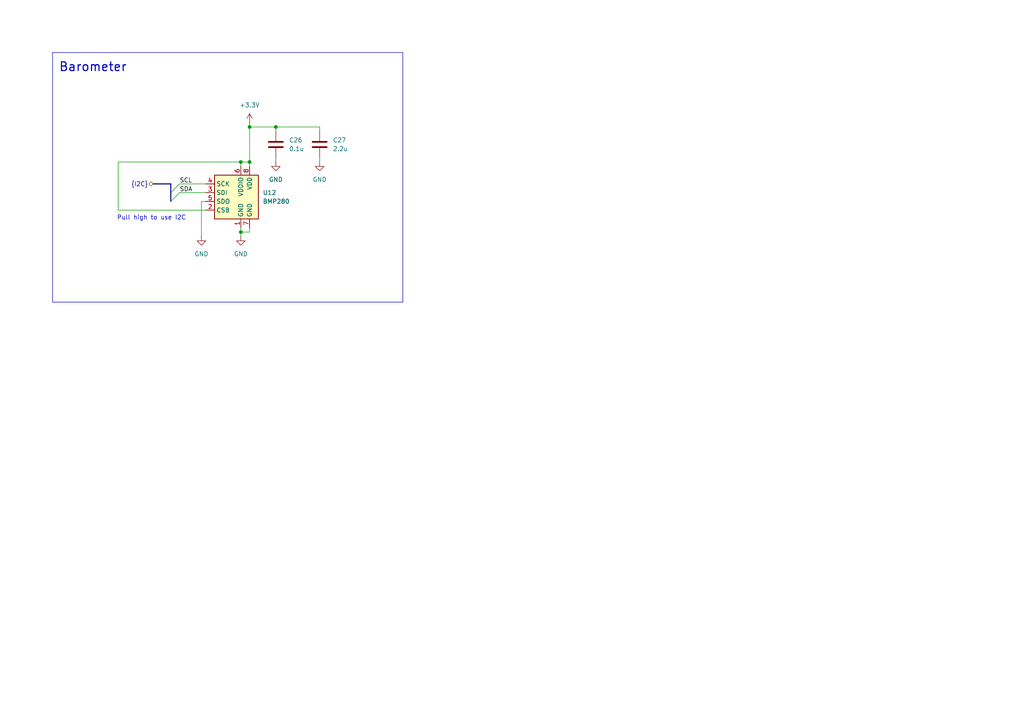
<source format=kicad_sch>
(kicad_sch (version 20250114) (generator "eeschema") (generator_version "9.0")
  (paper "A4")
  (lib_symbols
    (symbol "Device:C" (pin_numbers (hide yes)) (pin_names (offset 0.254))
      (property "Reference" "C" (at 0.635 2.54 0))
      (property "Value" "C" (at 0.635 -2.54 0))
      (symbol "C_0_1"
        (polyline (pts (xy -2.032 0.762) (xy 2.032 0.762)) (stroke (width 0.508)))
        (polyline (pts (xy -2.032 -0.762) (xy 2.032 -0.762)) (stroke (width 0.508)))
      )
      (symbol "C_1_1"
        (pin passive line (at 0 3.81 270) (length 2.794) (name "~") (number "1"))
        (pin passive line (at 0 -3.81 90) (length 2.794) (name "~") (number "2"))
      )
    )
    (symbol "Sensor_Pressure:BMP280"
      (property "Reference" "U" (at -7.62 10.16 0))
      (property "Value" "BMP280" (at 5.08 10.16 0))
      (symbol "BMP280_0_1"
        (rectangle (start -7.62 -5.08) (end 5.08 7.62) (stroke (width 0.254)) (fill (type background)))
      )
      (symbol "BMP280_1_1"
        (pin input line (at -10.16 5.08 0) (length 2.54) (name "SCK") (number "4"))
        (pin bidirectional line (at -10.16 2.54 0) (length 2.54) (name "SDI") (number "3"))
        (pin bidirectional line (at -10.16 0 0) (length 2.54) (name "SDO") (number "5"))
        (pin input line (at -10.16 -2.54 0) (length 2.54) (name "CSB") (number "2"))
        (pin power_in line (at 0 10.16 270) (length 2.54) (name "VDDIO") (number "6"))
        (pin power_in line (at 0 -7.62 90) (length 2.54) (name "GND") (number "1"))
        (pin power_in line (at 2.54 10.16 270) (length 2.54) (name "VDD") (number "8"))
        (pin power_in line (at 2.54 -7.62 90) (length 2.54) (name "GND") (number "7"))
      )
    )
    (symbol "power:+3.3V" (power) (pin_numbers (hide yes)) (pin_names (offset 0) (hide yes))
      (property "Value" "+3.3V" (at 0 3.556 0))
      (symbol "+3.3V_0_1"
        (polyline (pts (xy -0.762 1.27) (xy 0 2.54)))
        (polyline (pts (xy 0 2.54) (xy 0.762 1.27)))
        (polyline (pts (xy 0 0) (xy 0 2.54)))
      )
      (symbol "+3.3V_1_1"
        (pin power_in line (at 0 0 90) (length 0) (name "~") (number "1"))
      )
    )
    (symbol "power:GND" (power) (pin_numbers (hide yes)) (pin_names (offset 0) (hide yes))
      (property "Value" "GND" (at 0 -3.81 0))
      (symbol "GND_0_1"
        (polyline (pts (xy 0 0) (xy 0 -1.27) (xy 1.27 -1.27) (xy 0 -2.54) (xy -1.27 -1.27) (xy 0 -1.27)))
      )
      (symbol "GND_1_1"
        (pin power_in line (at 0 0 270) (length 0) (name "~") (number "1"))
      )
    )
  )
  (rectangle (start 15.24 15.24) (end 116.84 87.63))
  (text "Barometer" (at 17.018 19.558 0) (effects (font (size 2.54 2.54) (thickness 0.3175)) (justify left)))
  (text "Pull high to use I2C" (at 43.942 63.246 0) (effects (font (size 1.27 1.27))))
  (junction (at 72.39 46.99))
  (junction (at 80.01 36.83))
  (junction (at 69.85 67.31))
  (junction (at 72.39 36.83))
  (junction (at 69.85 46.99))
  (bus_entry (at 52.07 53.34) (size -2.54 2.54))
  (bus_entry (at 52.07 55.88) (size -2.54 2.54))
  (wire (pts (xy 34.29 60.96) (xy 34.29 46.99)))
  (bus (pts (xy 44.45 53.34) (xy 49.53 53.34)))
  (wire (pts (xy 58.42 68.58) (xy 58.42 58.42)))
  (wire (pts (xy 59.69 60.96) (xy 34.29 60.96)))
  (wire (pts (xy 52.07 53.34) (xy 59.69 53.34)))
  (wire (pts (xy 34.29 46.99) (xy 69.85 46.99)))
  (wire (pts (xy 92.71 38.1) (xy 92.71 36.83)))
  (wire (pts (xy 72.39 46.99) (xy 72.39 48.26)))
  (wire (pts (xy 92.71 45.72) (xy 92.71 46.99)))
  (wire (pts (xy 92.71 36.83) (xy 80.01 36.83)))
  (wire (pts (xy 52.07 55.88) (xy 59.69 55.88)))
  (bus (pts (xy 49.53 53.34) (xy 49.53 55.88)))
  (wire (pts (xy 72.39 36.83) (xy 72.39 46.99)))
  (wire (pts (xy 72.39 66.04) (xy 72.39 67.31)))
  (wire (pts (xy 69.85 66.04) (xy 69.85 67.31)))
  (wire (pts (xy 72.39 67.31) (xy 69.85 67.31)))
  (wire (pts (xy 58.42 58.42) (xy 59.69 58.42)))
  (wire (pts (xy 80.01 45.72) (xy 80.01 46.99)))
  (wire (pts (xy 72.39 36.83) (xy 80.01 36.83)))
  (wire (pts (xy 69.85 46.99) (xy 69.85 48.26)))
  (wire (pts (xy 69.85 67.31) (xy 69.85 68.58)))
  (wire (pts (xy 69.85 46.99) (xy 72.39 46.99)))
  (wire (pts (xy 72.39 35.56) (xy 72.39 36.83)))
  (bus (pts (xy 49.53 55.88) (xy 49.53 58.42)))
  (wire (pts (xy 80.01 38.1) (xy 80.01 36.83)))
  (label "SCL" (at 52.07 53.34 0))
  (label "SDA" (at 52.07 55.88 0))
  (hierarchical_label "{I2C}" (shape bidirectional) (at 44.45 53.34 180))
  (symbol (lib_id "Device:C") (at 80.01 41.91 0) (unit 1)
    (property "Reference" "C26" (at 83.82 40.6399 0) (effects (justify left)))
    (property "Value" "0.1u" (at 83.82 43.1799 0) (effects (justify left)))
    (property "Footprint" "Capacitor_SMD:C_0603_1608Metric" (effects (hide yes)))
    (property "Description" "Unpolarized capacitor" (effects (hide yes)))
  )
  (symbol (lib_id "power:GND") (at 58.42 68.58 0) (unit 1)
    (property "Reference" "#PWR0144" (effects (hide yes)))
    (property "Value" "GND" (at 58.42 73.66 0))
    (property "Description" "Power symbol creates a global label with name \"GND\" , ground" (effects (hide yes)))
  )
  (symbol (lib_id "power:+3.3V") (at 72.39 35.56 0) (unit 1)
    (property "Reference" "#PWR0141" (effects (hide yes)))
    (property "Value" "+3.3V" (at 72.39 30.48 0))
    (property "Description" "Power symbol creates a global label with name \"+3.3V\"" (effects (hide yes)))
  )
  (symbol (lib_id "power:GND") (at 69.85 68.58 0) (unit 1)
    (property "Reference" "#PWR0145" (effects (hide yes)))
    (property "Value" "GND" (at 69.85 73.66 0))
    (property "Description" "Power symbol creates a global label with name \"GND\" , ground" (effects (hide yes)))
  )
  (symbol (lib_id "Sensor_Pressure:BMP280") (at 69.85 58.42 0) (unit 1)
    (property "Reference" "U12" (at 76.2 55.8799 0) (effects (justify left)))
    (property "Value" "BMP280" (at 76.2 58.4199 0) (effects (justify left)))
    (property "Footprint" "Package_LGA:Bosch_LGA-8_2x2.5mm_P0.65mm_ClockwisePinNumbering" (effects (hide yes)))
    (property "Datasheet" "https://ae-bst.resource.bosch.com/media/_tech/media/datasheets/BST-BMP280-DS001.pdf" (effects (hide yes)))
    (property "Description" "Absolute Barometric Pressure Sensor, LGA-8" (effects (hide yes)))
  )
  (symbol (lib_id "power:GND") (at 80.01 46.99 0) (unit 1)
    (property "Reference" "#PWR0142" (effects (hide yes)))
    (property "Value" "GND" (at 80.01 52.07 0))
    (property "Description" "Power symbol creates a global label with name \"GND\" , ground" (effects (hide yes)))
  )
  (symbol (lib_id "power:GND") (at 92.71 46.99 0) (unit 1)
    (property "Reference" "#PWR0143" (effects (hide yes)))
    (property "Value" "GND" (at 92.71 52.07 0))
    (property "Description" "Power symbol creates a global label with name \"GND\" , ground" (effects (hide yes)))
  )
  (symbol (lib_id "Device:C") (at 92.71 41.91 0) (unit 1)
    (property "Reference" "C27" (at 96.52 40.6399 0) (effects (justify left)))
    (property "Value" "2.2u" (at 96.52 43.1799 0) (effects (justify left)))
    (property "Footprint" "Capacitor_SMD:C_0603_1608Metric" (effects (hide yes)))
    (property "Description" "Unpolarized capacitor" (effects (hide yes)))
  )
)
</source>
